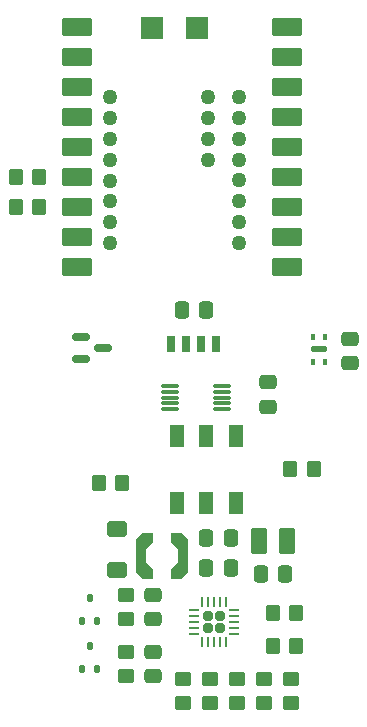
<source format=gbr>
%TF.GenerationSoftware,KiCad,Pcbnew,9.0.2*%
%TF.CreationDate,2025-06-10T20:07:43+02:00*%
%TF.ProjectId,PEH Sensor,50454820-5365-46e7-936f-722e6b696361,rev?*%
%TF.SameCoordinates,Original*%
%TF.FileFunction,Paste,Top*%
%TF.FilePolarity,Positive*%
%FSLAX46Y46*%
G04 Gerber Fmt 4.6, Leading zero omitted, Abs format (unit mm)*
G04 Created by KiCad (PCBNEW 9.0.2) date 2025-06-10 20:07:43*
%MOMM*%
%LPD*%
G01*
G04 APERTURE LIST*
G04 Aperture macros list*
%AMRoundRect*
0 Rectangle with rounded corners*
0 $1 Rounding radius*
0 $2 $3 $4 $5 $6 $7 $8 $9 X,Y pos of 4 corners*
0 Add a 4 corners polygon primitive as box body*
4,1,4,$2,$3,$4,$5,$6,$7,$8,$9,$2,$3,0*
0 Add four circle primitives for the rounded corners*
1,1,$1+$1,$2,$3*
1,1,$1+$1,$4,$5*
1,1,$1+$1,$6,$7*
1,1,$1+$1,$8,$9*
0 Add four rect primitives between the rounded corners*
20,1,$1+$1,$2,$3,$4,$5,0*
20,1,$1+$1,$4,$5,$6,$7,0*
20,1,$1+$1,$6,$7,$8,$9,0*
20,1,$1+$1,$8,$9,$2,$3,0*%
%AMFreePoly0*
4,1,11,1.015000,1.170000,0.435000,0.575000,0.435000,-0.575000,1.015000,-1.170000,1.015000,-1.945000,0.125000,-1.945000,-0.435000,-1.395000,-0.435000,1.395000,0.125000,1.945000,1.015000,1.945000,1.015000,1.170000,1.015000,1.170000,$1*%
%AMFreePoly1*
4,1,11,0.435000,1.395000,0.435000,-1.395000,-0.125000,-1.945000,-1.015000,-1.945000,-1.015000,-1.170000,-0.435000,-0.575000,-0.435000,0.575000,-1.015000,1.170000,-1.015000,1.945000,-0.125000,1.945000,0.435000,1.395000,0.435000,1.395000,$1*%
G04 Aperture macros list end*
%ADD10RoundRect,0.250000X0.350000X0.450000X-0.350000X0.450000X-0.350000X-0.450000X0.350000X-0.450000X0*%
%ADD11RoundRect,0.112500X-0.112500X-0.237500X0.112500X-0.237500X0.112500X0.237500X-0.112500X0.237500X0*%
%ADD12RoundRect,0.250000X0.600000X-0.400000X0.600000X0.400000X-0.600000X0.400000X-0.600000X-0.400000X0*%
%ADD13RoundRect,0.087500X-0.087500X0.187500X-0.087500X-0.187500X0.087500X-0.187500X0.087500X0.187500X0*%
%ADD14RoundRect,0.125000X-0.575000X0.125000X-0.575000X-0.125000X0.575000X-0.125000X0.575000X0.125000X0*%
%ADD15RoundRect,0.087500X0.087500X-0.187500X0.087500X0.187500X-0.087500X0.187500X-0.087500X-0.187500X0*%
%ADD16RoundRect,0.250000X-0.475000X0.337500X-0.475000X-0.337500X0.475000X-0.337500X0.475000X0.337500X0*%
%ADD17RoundRect,0.250000X-0.337500X-0.475000X0.337500X-0.475000X0.337500X0.475000X-0.337500X0.475000X0*%
%ADD18RoundRect,0.250000X0.450000X-0.350000X0.450000X0.350000X-0.450000X0.350000X-0.450000X-0.350000X0*%
%ADD19FreePoly0,0.000000*%
%ADD20FreePoly1,0.000000*%
%ADD21RoundRect,0.250000X-0.450000X0.350000X-0.450000X-0.350000X0.450000X-0.350000X0.450000X0.350000X0*%
%ADD22R,0.700000X1.400000*%
%ADD23RoundRect,0.250000X0.337500X0.475000X-0.337500X0.475000X-0.337500X-0.475000X0.337500X-0.475000X0*%
%ADD24RoundRect,0.250001X-0.462499X-0.849999X0.462499X-0.849999X0.462499X0.849999X-0.462499X0.849999X0*%
%ADD25RoundRect,0.202500X-0.202500X-0.202500X0.202500X-0.202500X0.202500X0.202500X-0.202500X0.202500X0*%
%ADD26RoundRect,0.062500X-0.375000X-0.062500X0.375000X-0.062500X0.375000X0.062500X-0.375000X0.062500X0*%
%ADD27RoundRect,0.062500X-0.062500X-0.375000X0.062500X-0.375000X0.062500X0.375000X-0.062500X0.375000X0*%
%ADD28R,1.200000X1.950000*%
%ADD29RoundRect,0.231000X-1.039000X-0.539000X1.039000X-0.539000X1.039000X0.539000X-1.039000X0.539000X0*%
%ADD30C,1.270000*%
%ADD31R,1.900000X1.900000*%
%ADD32RoundRect,0.250000X-0.350000X-0.450000X0.350000X-0.450000X0.350000X0.450000X-0.350000X0.450000X0*%
%ADD33RoundRect,0.250000X0.475000X-0.337500X0.475000X0.337500X-0.475000X0.337500X-0.475000X-0.337500X0*%
%ADD34RoundRect,0.150000X-0.587500X-0.150000X0.587500X-0.150000X0.587500X0.150000X-0.587500X0.150000X0*%
%ADD35RoundRect,0.075000X-0.650000X-0.075000X0.650000X-0.075000X0.650000X0.075000X-0.650000X0.075000X0*%
G04 APERTURE END LIST*
D10*
%TO.C,R10*%
X156222500Y-111453500D03*
X154222500Y-111453500D03*
%TD*%
D11*
%TO.C,D2*%
X138078500Y-112183500D03*
X139378500Y-112183500D03*
X138728500Y-110183500D03*
%TD*%
D12*
%TO.C,D3*%
X141014500Y-107869500D03*
X141014500Y-104369500D03*
%TD*%
D11*
%TO.C,D1*%
X138078500Y-116247500D03*
X139378500Y-116247500D03*
X138728500Y-114247500D03*
%TD*%
D13*
%TO.C,U1*%
X158615000Y-88129000D03*
X157615000Y-88129000D03*
D14*
X158115000Y-89154000D03*
D15*
X158615000Y-90179000D03*
X157615000Y-90179000D03*
%TD*%
D10*
%TO.C,R13*%
X134477000Y-74549000D03*
X132477000Y-74549000D03*
%TD*%
D16*
%TO.C,C1*%
X144062500Y-109908000D03*
X144062500Y-111983000D03*
%TD*%
D17*
%TO.C,C2*%
X148591500Y-105103500D03*
X150666500Y-105103500D03*
%TD*%
D18*
%TO.C,R4*%
X151174500Y-119057500D03*
X151174500Y-117057500D03*
%TD*%
D19*
%TO.C,L1*%
X143059500Y-106627500D03*
D20*
X146589500Y-106627500D03*
%TD*%
D21*
%TO.C,R8*%
X155746500Y-117057500D03*
X155746500Y-119057500D03*
%TD*%
D10*
%TO.C,R11*%
X157718000Y-99298000D03*
X155718000Y-99298000D03*
%TD*%
D21*
%TO.C,R9*%
X146602500Y-117057500D03*
X146602500Y-119057500D03*
%TD*%
D18*
%TO.C,R2*%
X141776500Y-116771500D03*
X141776500Y-114771500D03*
%TD*%
D10*
%TO.C,R3*%
X141506500Y-100457000D03*
X139506500Y-100457000D03*
%TD*%
D22*
%TO.C,U3*%
X145643600Y-88709240D03*
X146913600Y-88709240D03*
X148183600Y-88709240D03*
X149453600Y-88709240D03*
%TD*%
D23*
%TO.C,C5*%
X155281500Y-108151500D03*
X153206500Y-108151500D03*
%TD*%
D17*
%TO.C,C4*%
X148591500Y-107643500D03*
X150666500Y-107643500D03*
%TD*%
D16*
%TO.C,C3*%
X144062500Y-114734000D03*
X144062500Y-116809000D03*
%TD*%
D24*
%TO.C,L2*%
X153081500Y-105357500D03*
X155406500Y-105357500D03*
%TD*%
D10*
%TO.C,R12*%
X134477000Y-77089000D03*
X132477000Y-77089000D03*
%TD*%
D25*
%TO.C,U2*%
X148733000Y-111731500D03*
X148733000Y-112731500D03*
X149733000Y-111731500D03*
X149733000Y-112731500D03*
D26*
X147545500Y-111231500D03*
X147545500Y-111731500D03*
X147545500Y-112231500D03*
X147545500Y-112731500D03*
X147545500Y-113231500D03*
D27*
X148233000Y-113919000D03*
X148733000Y-113919000D03*
X149233000Y-113919000D03*
X149733000Y-113919000D03*
X150233000Y-113919000D03*
D26*
X150920500Y-113231500D03*
X150920500Y-112731500D03*
X150920500Y-112231500D03*
X150920500Y-111731500D03*
X150920500Y-111231500D03*
D27*
X150233000Y-110544000D03*
X149733000Y-110544000D03*
X149233000Y-110544000D03*
X148733000Y-110544000D03*
X148233000Y-110544000D03*
%TD*%
D28*
%TO.C,S1*%
X151115400Y-96473000D03*
X148615400Y-96473000D03*
X146115400Y-96473000D03*
X151115400Y-102123000D03*
X148615400Y-102123000D03*
X146115400Y-102123000D03*
%TD*%
D29*
%TO.C,U5*%
X137668000Y-61849000D03*
X137668000Y-64389000D03*
X137668000Y-66929000D03*
X137668000Y-69469000D03*
X137668000Y-72009000D03*
X137668000Y-74549000D03*
X137668000Y-77089000D03*
X137668000Y-79629000D03*
X137668000Y-82169000D03*
X155448000Y-82169000D03*
X155448000Y-79629000D03*
X155448000Y-77089000D03*
X155448000Y-74549000D03*
X155448000Y-72009000D03*
X155448000Y-69469000D03*
X155448000Y-66929000D03*
X155448000Y-64389000D03*
X155448000Y-61849000D03*
D30*
X151384000Y-80137000D03*
X151384000Y-78359000D03*
X151384000Y-76581000D03*
X151384000Y-74803000D03*
X151384000Y-73152000D03*
X151384000Y-71374000D03*
X151384000Y-69596000D03*
X151384000Y-67818000D03*
X148717000Y-73152000D03*
X148717000Y-71374000D03*
X148717000Y-69596000D03*
X148717000Y-67818000D03*
X140462000Y-80137000D03*
X140462000Y-78359000D03*
X140462000Y-76581000D03*
X140462000Y-74930000D03*
X140462000Y-73152000D03*
X140462000Y-71374000D03*
X140462000Y-69596000D03*
X140462000Y-67818000D03*
D31*
X147828000Y-61976000D03*
X144018000Y-61976000D03*
%TD*%
D18*
%TO.C,R1*%
X141776500Y-111945500D03*
X141776500Y-109945500D03*
%TD*%
D32*
%TO.C,R6*%
X154222500Y-114247500D03*
X156222500Y-114247500D03*
%TD*%
D18*
%TO.C,R7*%
X153460500Y-119057500D03*
X153460500Y-117057500D03*
%TD*%
D17*
%TO.C,C7*%
X146536500Y-85852000D03*
X148611500Y-85852000D03*
%TD*%
D16*
%TO.C,C6*%
X160782000Y-88243500D03*
X160782000Y-90318500D03*
%TD*%
D33*
%TO.C,C8*%
X153797000Y-94026900D03*
X153797000Y-91951900D03*
%TD*%
D18*
%TO.C,R5*%
X148888500Y-119057500D03*
X148888500Y-117057500D03*
%TD*%
D34*
%TO.C,Q1*%
X137952000Y-88077000D03*
X137952000Y-89977000D03*
X139827000Y-89027000D03*
%TD*%
D35*
%TO.C,U4*%
X145542000Y-92234000D03*
X145542000Y-92734000D03*
X145542000Y-93234000D03*
X145542000Y-93734000D03*
X145542000Y-94234000D03*
X149942000Y-94234000D03*
X149942000Y-93734000D03*
X149942000Y-93234000D03*
X149942000Y-92734000D03*
X149942000Y-92234000D03*
%TD*%
M02*

</source>
